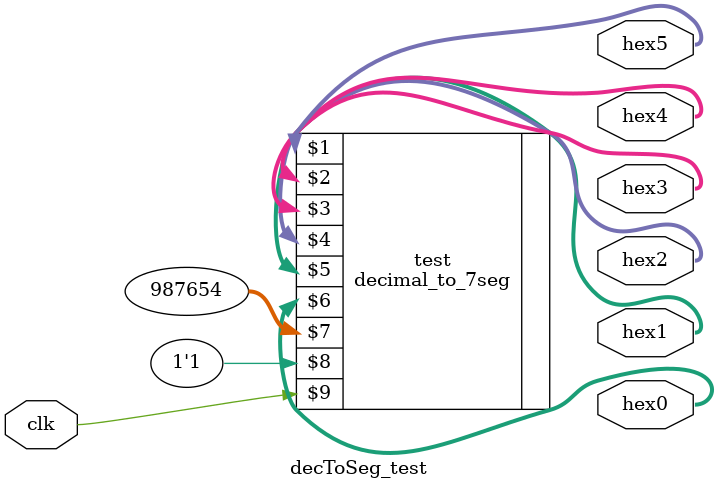
<source format=v>
module decToSeg_test(hex5, hex4, hex3, hex2, hex1, hex0, clk);

output [3:0] hex5, hex4, hex3, hex2, hex1, hex0;
input clk;

decimal_to_7seg test(hex5, hex4, hex3, hex2, hex1, hex0, 32'b11110001001000000110, 1'b1, clk);

endmodule

</source>
